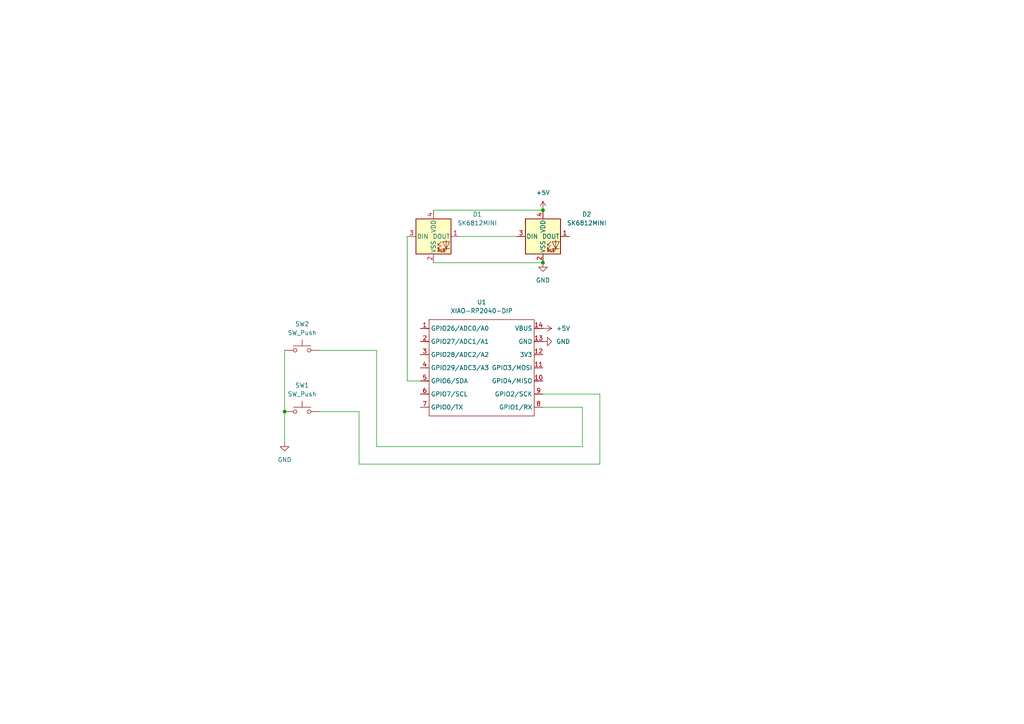
<source format=kicad_sch>
(kicad_sch (version 20250114) (generator "eeschema") (generator_version "9.0")
  (paper "A4")
  (lib_symbols
    (symbol "LED:SK6812MINI" (pin_names (offset 0.254))
      (property "Reference" "D" (at 5.08 5.715 0))
      (property "Value" "SK6812MINI" (at 1.27 -5.715 0))
      (symbol "SK6812MINI_0_0"
        (text "RGB" (at 2.286 -4.191 0) (effects (font (size 0.762 0.762))))
      )
      (symbol "SK6812MINI_0_1"
        (polyline (pts (xy 1.27 -2.54) (xy 1.778 -2.54)))
        (polyline (pts (xy 1.27 -3.556) (xy 1.778 -3.556)))
        (polyline (pts (xy 2.286 -1.524) (xy 1.27 -2.54) (xy 1.27 -2.032)))
        (polyline (pts (xy 2.286 -2.54) (xy 1.27 -3.556) (xy 1.27 -3.048)))
        (polyline (pts (xy 3.683 -1.016) (xy 3.683 -3.556) (xy 3.683 -4.064)))
        (polyline (pts (xy 4.699 -1.524) (xy 2.667 -1.524) (xy 3.683 -3.556) (xy 4.699 -1.524)))
        (polyline (pts (xy 4.699 -3.556) (xy 2.667 -3.556)))
        (rectangle (start 5.08 5.08) (end -5.08 -5.08) (stroke (width 0.254)) (fill (type background)))
      )
      (symbol "SK6812MINI_1_1"
        (pin input line (at -7.62 0 0) (length 2.54) (name "DIN") (number "3"))
        (pin power_in line (at 0 7.62 270) (length 2.54) (name "VDD") (number "4"))
        (pin power_in line (at 0 -7.62 90) (length 2.54) (name "VSS") (number "2"))
        (pin output line (at 7.62 0 180) (length 2.54) (name "DOUT") (number "1"))
      )
    )
    (symbol "Seeed_Studio_XIAO_Series:XIAO-RP2040-DIP"
      (property "Reference" "U" (at 0 0 0))
      (property "Value" "XIAO-RP2040-DIP" (at 5.334 -1.778 0))
      (symbol "XIAO-RP2040-DIP_1_0"
        (polyline (pts (xy -1.27 -2.54) (xy 29.21 -2.54)) (stroke (width 0.1524)))
        (polyline (pts (xy -1.27 -5.08) (xy -2.54 -5.08)) (stroke (width 0.1524)))
        (polyline (pts (xy -1.27 -5.08) (xy -1.27 -2.54)) (stroke (width 0.1524)))
        (polyline (pts (xy -1.27 -8.89) (xy -2.54 -8.89)) (stroke (width 0.1524)))
        (polyline (pts (xy -1.27 -8.89) (xy -1.27 -5.08)) (stroke (width 0.1524)))
        (polyline (pts (xy -1.27 -12.7) (xy -2.54 -12.7)) (stroke (width 0.1524)))
        (polyline (pts (xy -1.27 -12.7) (xy -1.27 -8.89)) (stroke (width 0.1524)))
        (polyline (pts (xy -1.27 -16.51) (xy -2.54 -16.51)) (stroke (width 0.1524)))
        (polyline (pts (xy -1.27 -16.51) (xy -1.27 -12.7)) (stroke (width 0.1524)))
        (polyline (pts (xy -1.27 -20.32) (xy -2.54 -20.32)) (stroke (width 0.1524)))
        (polyline (pts (xy -1.27 -24.13) (xy -2.54 -24.13)) (stroke (width 0.1524)))
        (polyline (pts (xy -1.27 -27.94) (xy -2.54 -27.94)) (stroke (width 0.1524)))
        (polyline (pts (xy -1.27 -30.48) (xy -1.27 -16.51)) (stroke (width 0.1524)))
        (polyline (pts (xy 29.21 -2.54) (xy 29.21 -5.08)) (stroke (width 0.1524)))
        (polyline (pts (xy 29.21 -5.08) (xy 29.21 -8.89)) (stroke (width 0.1524)))
        (polyline (pts (xy 29.21 -8.89) (xy 29.21 -12.7)) (stroke (width 0.1524)))
        (polyline (pts (xy 29.21 -12.7) (xy 29.21 -30.48)) (stroke (width 0.1524)))
        (polyline (pts (xy 29.21 -30.48) (xy -1.27 -30.48)) (stroke (width 0.1524)))
        (polyline (pts (xy 30.48 -5.08) (xy 29.21 -5.08)) (stroke (width 0.1524)))
        (polyline (pts (xy 30.48 -8.89) (xy 29.21 -8.89)) (stroke (width 0.1524)))
        (polyline (pts (xy 30.48 -12.7) (xy 29.21 -12.7)) (stroke (width 0.1524)))
        (polyline (pts (xy 30.48 -16.51) (xy 29.21 -16.51)) (stroke (width 0.1524)))
        (polyline (pts (xy 30.48 -20.32) (xy 29.21 -20.32)) (stroke (width 0.1524)))
        (polyline (pts (xy 30.48 -24.13) (xy 29.21 -24.13)) (stroke (width 0.1524)))
        (polyline (pts (xy 30.48 -27.94) (xy 29.21 -27.94)) (stroke (width 0.1524)))
        (pin passive line (at -3.81 -5.08 0) (length 2.54) (name "GPIO26/ADC0/A0") (number "1"))
        (pin passive line (at -3.81 -8.89 0) (length 2.54) (name "GPIO27/ADC1/A1") (number "2"))
        (pin passive line (at -3.81 -12.7 0) (length 2.54) (name "GPIO28/ADC2/A2") (number "3"))
        (pin passive line (at -3.81 -16.51 0) (length 2.54) (name "GPIO29/ADC3/A3") (number "4"))
        (pin passive line (at -3.81 -20.32 0) (length 2.54) (name "GPIO6/SDA") (number "5"))
        (pin passive line (at -3.81 -24.13 0) (length 2.54) (name "GPIO7/SCL") (number "6"))
        (pin passive line (at -3.81 -27.94 0) (length 2.54) (name "GPIO0/TX") (number "7"))
        (pin passive line (at 31.75 -5.08 180) (length 2.54) (name "VBUS") (number "14"))
        (pin passive line (at 31.75 -8.89 180) (length 2.54) (name "GND") (number "13"))
        (pin passive line (at 31.75 -12.7 180) (length 2.54) (name "3V3") (number "12"))
        (pin passive line (at 31.75 -16.51 180) (length 2.54) (name "GPIO3/MOSI") (number "11"))
        (pin passive line (at 31.75 -20.32 180) (length 2.54) (name "GPIO4/MISO") (number "10"))
        (pin passive line (at 31.75 -24.13 180) (length 2.54) (name "GPIO2/SCK") (number "9"))
        (pin passive line (at 31.75 -27.94 180) (length 2.54) (name "GPIO1/RX") (number "8"))
      )
    )
    (symbol "Switch:SW_Push" (pin_numbers (hide yes)) (pin_names (offset 1.016) (hide yes))
      (property "Reference" "SW" (at 1.27 2.54 0))
      (property "Value" "SW_Push" (at 0 -1.524 0))
      (symbol "SW_Push_0_1"
        (circle (center -2.032 0) (radius 0.508))
        (polyline (pts (xy 0 1.27) (xy 0 3.048)))
        (circle (center 2.032 0) (radius 0.508))
        (polyline (pts (xy 2.54 1.27) (xy -2.54 1.27)))
        (pin passive line (at -5.08 0 0) (length 2.54) (name "1") (number "1"))
        (pin passive line (at 5.08 0 180) (length 2.54) (name "2") (number "2"))
      )
    )
    (symbol "power:+5V" (power) (pin_numbers (hide yes)) (pin_names (offset 0) (hide yes))
      (property "Value" "+5V" (at 0 3.556 0))
      (symbol "+5V_0_1"
        (polyline (pts (xy -0.762 1.27) (xy 0 2.54)))
        (polyline (pts (xy 0 2.54) (xy 0.762 1.27)))
        (polyline (pts (xy 0 0) (xy 0 2.54)))
      )
      (symbol "+5V_1_1"
        (pin power_in line (at 0 0 90) (length 0) (name "~") (number "1"))
      )
    )
    (symbol "power:GND" (power) (pin_numbers (hide yes)) (pin_names (offset 0) (hide yes))
      (property "Value" "GND" (at 0 -3.81 0))
      (symbol "GND_0_1"
        (polyline (pts (xy 0 0) (xy 0 -1.27) (xy 1.27 -1.27) (xy 0 -2.54) (xy -1.27 -1.27) (xy 0 -1.27)))
      )
      (symbol "GND_1_1"
        (pin power_in line (at 0 0 270) (length 0) (name "~") (number "1"))
      )
    )
  )
  (junction (at 157.48 76.2))
  (junction (at 157.48 60.96))
  (junction (at 82.55 119.38))
  (wire (pts (xy 118.11 110.49) (xy 121.92 110.49)))
  (wire (pts (xy 133.35 68.58) (xy 149.86 68.58)))
  (wire (pts (xy 125.73 76.2) (xy 157.48 76.2)))
  (wire (pts (xy 173.99 134.62) (xy 173.99 114.3)))
  (wire (pts (xy 92.71 101.6) (xy 109.22 101.6)))
  (wire (pts (xy 157.48 114.3) (xy 173.99 114.3)))
  (wire (pts (xy 104.14 134.62) (xy 173.99 134.62)))
  (wire (pts (xy 109.22 129.54) (xy 168.91 129.54)))
  (wire (pts (xy 92.71 119.38) (xy 104.14 119.38)))
  (wire (pts (xy 82.55 101.6) (xy 82.55 119.38)))
  (wire (pts (xy 168.91 118.11) (xy 157.48 118.11)))
  (wire (pts (xy 104.14 119.38) (xy 104.14 134.62)))
  (wire (pts (xy 168.91 129.54) (xy 168.91 118.11)))
  (wire (pts (xy 109.22 101.6) (xy 109.22 129.54)))
  (wire (pts (xy 82.55 119.38) (xy 82.55 128.27)))
  (wire (pts (xy 118.11 68.58) (xy 118.11 110.49)))
  (wire (pts (xy 125.73 60.96) (xy 157.48 60.96)))
  (symbol (lib_id "Seeed_Studio_XIAO_Series:XIAO-RP2040-DIP") (at 125.73 90.17 0) (unit 1)
    (property "Reference" "U1" (at 139.7 87.63 0))
    (property "Value" "XIAO-RP2040-DIP" (at 139.7 90.17 0))
    (property "Footprint" "OPL:XIAO-RP2040-DIP" (effects (hide yes)))
  )
  (symbol (lib_id "power:GND") (at 157.48 76.2 0) (unit 1)
    (property "Reference" "#PWR05" (effects (hide yes)))
    (property "Value" "GND" (at 157.48 81.28 0))
    (property "Description" "Power symbol creates a global label with name \"GND\" , ground" (effects (hide yes)))
  )
  (symbol (lib_id "power:GND") (at 157.48 99.06 90) (unit 1)
    (property "Reference" "#PWR02" (effects (hide yes)))
    (property "Value" "GND" (at 161.29 99.0599 90) (effects (justify right)))
    (property "Description" "Power symbol creates a global label with name \"GND\" , ground" (effects (hide yes)))
  )
  (symbol (lib_id "power:+5V") (at 157.48 60.96 0) (unit 1)
    (property "Reference" "#PWR04" (effects (hide yes)))
    (property "Value" "+5V" (at 157.48 55.88 0))
    (property "Description" "Power symbol creates a global label with name \"+5V\"" (effects (hide yes)))
  )
  (symbol (lib_id "power:GND") (at 82.55 128.27 0) (unit 1)
    (property "Reference" "#PWR01" (effects (hide yes)))
    (property "Value" "GND" (at 82.55 133.35 0))
    (property "Description" "Power symbol creates a global label with name \"GND\" , ground" (effects (hide yes)))
  )
  (symbol (lib_id "power:+5V") (at 157.48 95.25 270) (unit 1)
    (property "Reference" "#PWR03" (effects (hide yes)))
    (property "Value" "+5V" (at 161.29 95.2499 90) (effects (justify left)))
    (property "Description" "Power symbol creates a global label with name \"+5V\"" (effects (hide yes)))
  )
  (symbol (lib_id "LED:SK6812MINI") (at 157.48 68.58 0) (unit 1)
    (property "Reference" "D2" (at 170.18 62.1598 0))
    (property "Value" "SK6812MINI" (at 170.18 64.6998 0))
    (property "Footprint" "LED_SMD:LED_SK6812MINI_PLCC4_3.5x3.5mm_P1.75mm" (effects (hide yes)))
    (property "Datasheet" "https://cdn-shop.adafruit.com/product-files/2686/SK6812MINI_REV.01-1-2.pdf" (effects (hide yes)))
    (property "Description" "RGB LED with integrated controller" (effects (hide yes)))
  )
  (symbol (lib_id "Switch:SW_Push") (at 87.63 119.38 0) (unit 1)
    (property "Reference" "SW1" (at 87.63 111.76 0))
    (property "Value" "SW_Push" (at 87.63 114.3 0))
    (property "Footprint" "Button_Switch_Keyboard:SW_Cherry_MX_1.00u_PCB" (effects (hide yes)))
    (property "Description" "Push button switch, generic, two pins" (effects (hide yes)))
  )
  (symbol (lib_id "LED:SK6812MINI") (at 125.73 68.58 0) (unit 1)
    (property "Reference" "D1" (at 138.43 62.1598 0))
    (property "Value" "SK6812MINI" (at 138.43 64.6998 0))
    (property "Footprint" "LED_SMD:LED_SK6812MINI_PLCC4_3.5x3.5mm_P1.75mm" (effects (hide yes)))
    (property "Datasheet" "https://cdn-shop.adafruit.com/product-files/2686/SK6812MINI_REV.01-1-2.pdf" (effects (hide yes)))
    (property "Description" "RGB LED with integrated controller" (effects (hide yes)))
  )
  (symbol (lib_id "Switch:SW_Push") (at 87.63 101.6 0) (unit 1)
    (property "Reference" "SW2" (at 87.63 93.98 0))
    (property "Value" "SW_Push" (at 87.63 96.52 0))
    (property "Footprint" "Button_Switch_Keyboard:SW_Cherry_MX_1.00u_PCB" (effects (hide yes)))
    (property "Description" "Push button switch, generic, two pins" (effects (hide yes)))
  )
)
</source>
